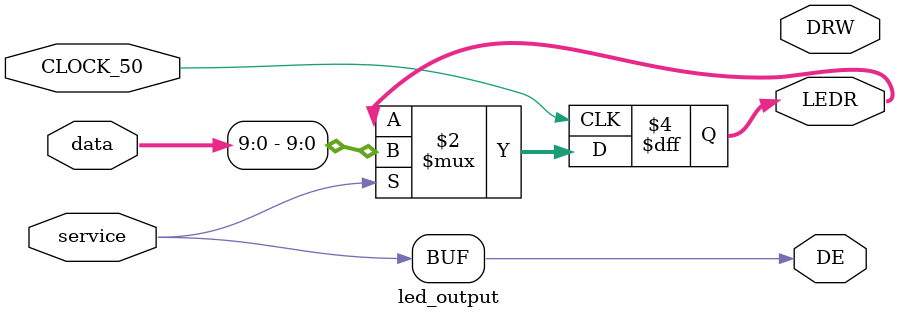
<source format=v>
module led_output(input CLOCK_50, service, output reg[9:0] LEDR, input [15:0] data, output DE, DRW);
	
	assign DE = service;
	
	always @ (posedge CLOCK_50) begin
		if(service)
			LEDR <= data;
	end
	
endmodule

</source>
